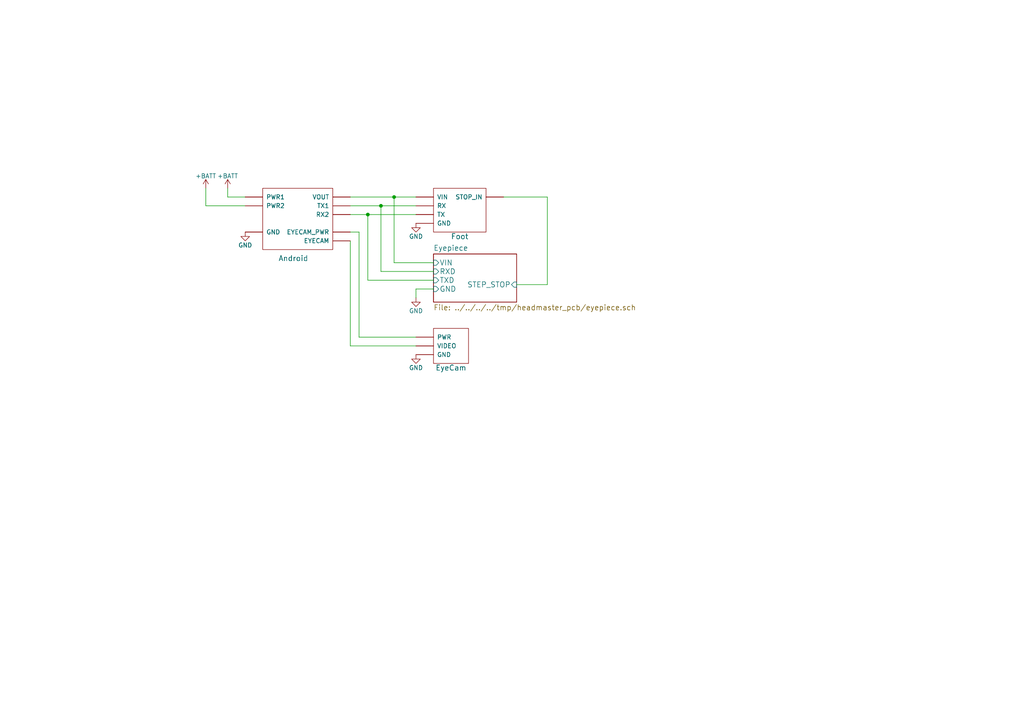
<source format=kicad_sch>
(kicad_sch (version 20230121) (generator eeschema)
  (paper "A4")
  (lib_symbols
    (symbol "top-rescue:+BATT" (power) (pin_names (offset 0))
      (property "Value" "+BATT" (at 0 3.556 0))
      (symbol "+BATT_0_1"
        (polyline (pts (xy -0.762 1.27) (xy 0 2.54)))
        (polyline (pts (xy 0 0) (xy 0 2.54)))
        (polyline (pts (xy 0 2.54) (xy 0.762 1.27)))
      )
      (symbol "+BATT_1_1"
        (pin power_in line (at 0 0 90) (length 0) hide (name "+BATT") (number "1"))
      )
    )
    (symbol "top-rescue:GND" (power) (pin_names (offset 0))
      (property "Value" "GND" (at 0 -3.81 0))
      (symbol "GND_0_1"
        (polyline (pts (xy 0 0) (xy 0 -1.27) (xy 1.27 -1.27) (xy 0 -2.54) (xy -1.27 -1.27) (xy 0 -1.27)))
      )
      (symbol "GND_1_1"
        (pin power_in line (at 0 0 270) (length 0) hide (name "GND") (number "1"))
      )
    )
    (symbol "top:Android" (pin_names (offset 1.016))
      (property "Reference" "U" (at 0 8.89 0))
      (property "Value" "Android" (at 0 -11.43 0))
      (symbol "Android_0_1"
        (rectangle (start -8.89 7.62) (end 11.43 -10.16))
      )
      (symbol "Android_1_1"
        (pin input line (at 16.51 -7.62 180) (length 5.08) (name "EYECAM") (number "~"))
        (pin power_out line (at 16.51 -5.08 180) (length 5.08) (name "EYECAM_PWR") (number "~"))
        (pin power_in line (at -13.97 -5.08 0) (length 5.08) (name "GND") (number "~"))
        (pin power_in line (at -13.97 5.08 0) (length 5.08) (name "PWR1") (number "~"))
        (pin power_in line (at -13.97 2.54 0) (length 5.08) (name "PWR2") (number "~"))
        (pin input line (at 16.51 0 180) (length 5.08) (name "RX2") (number "~"))
        (pin output line (at 16.51 2.54 180) (length 5.08) (name "TX1") (number "~"))
        (pin power_out line (at 16.51 5.08 180) (length 5.08) (name "VOUT") (number "~"))
      )
    )
    (symbol "top:EyeCam" (pin_names (offset 1.016))
      (property "Value" "EyeCam" (at 0 -7.62 0))
      (symbol "EyeCam_0_1"
        (rectangle (start -5.08 3.81) (end 5.08 -6.35))
      )
      (symbol "EyeCam_1_1"
        (pin power_in line (at -10.16 -3.81 0) (length 5.08) (name "GND") (number "~"))
        (pin power_in line (at -10.16 1.27 0) (length 5.08) (name "PWR") (number "~"))
        (pin output line (at -10.16 -1.27 0) (length 5.08) (name "VIDEO") (number "~"))
      )
    )
    (symbol "top:Foot" (pin_names (offset 1.016))
      (property "Reference" "U" (at 0 7.62 0))
      (property "Value" "Foot" (at 0 -7.62 0))
      (symbol "Foot_0_1"
        (rectangle (start -7.62 6.35) (end 7.62 -6.35))
      )
      (symbol "Foot_1_1"
        (pin power_out line (at -12.7 -3.81 0) (length 5.08) (name "GND") (number "~"))
        (pin input line (at -12.7 1.27 0) (length 5.08) (name "RX") (number "~"))
        (pin output line (at 12.7 3.81 180) (length 5.08) (name "STOP_IN") (number "~"))
        (pin output line (at -12.7 -1.27 0) (length 5.08) (name "TX") (number "~"))
        (pin power_out line (at -12.7 3.81 0) (length 5.08) (name "VIN") (number "~"))
      )
    )
  )
  (junction (at 110.49 59.69))
  (junction (at 106.68 62.23))
  (junction (at 114.3 57.15))
  (wire (pts (xy 106.68 81.28) (xy 106.68 62.23)))
  (wire (pts (xy 101.6 100.33) (xy 120.65 100.33)))
  (wire (pts (xy 158.75 57.15) (xy 158.75 82.55)))
  (wire (pts (xy 158.75 82.55) (xy 149.86 82.55)))
  (wire (pts (xy 101.6 62.23) (xy 106.68 62.23)))
  (wire (pts (xy 110.49 59.69) (xy 120.65 59.69)))
  (wire (pts (xy 114.3 57.15) (xy 114.3 76.2)))
  (wire (pts (xy 66.04 54.61) (xy 66.04 57.15)))
  (wire (pts (xy 110.49 78.74) (xy 125.73 78.74)))
  (wire (pts (xy 59.69 59.69) (xy 71.12 59.69)))
  (wire (pts (xy 66.04 57.15) (xy 71.12 57.15)))
  (wire (pts (xy 120.65 83.82) (xy 125.73 83.82)))
  (wire (pts (xy 106.68 62.23) (xy 120.65 62.23)))
  (wire (pts (xy 59.69 54.61) (xy 59.69 59.69)))
  (wire (pts (xy 104.14 97.79) (xy 120.65 97.79)))
  (wire (pts (xy 146.05 57.15) (xy 158.75 57.15)))
  (wire (pts (xy 114.3 57.15) (xy 120.65 57.15)))
  (wire (pts (xy 101.6 59.69) (xy 110.49 59.69)))
  (wire (pts (xy 101.6 57.15) (xy 114.3 57.15)))
  (wire (pts (xy 120.65 86.36) (xy 120.65 83.82)))
  (wire (pts (xy 106.68 81.28) (xy 125.73 81.28)))
  (wire (pts (xy 114.3 76.2) (xy 125.73 76.2)))
  (wire (pts (xy 110.49 78.74) (xy 110.49 59.69)))
  (wire (pts (xy 104.14 67.31) (xy 104.14 97.79)))
  (wire (pts (xy 101.6 67.31) (xy 104.14 67.31)))
  (wire (pts (xy 101.6 69.85) (xy 101.6 100.33)))
  (symbol (lib_id "top:Android") (at 85.09 62.23 0) (unit 1)
    (property "Reference" "U1" (effects hide))
    (property "Value" "Android" (at 85.09 74.93 0) (effects (font (size 1.524 1.524))))
  )
  (symbol (lib_id "top-rescue:+BATT") (at 66.04 54.61 0) (unit 1)
    (property "Reference" "#PWR2" (effects hide))
    (property "Value" "+BATT" (at 66.04 51.054 0))
  )
  (symbol (lib_id "top-rescue:+BATT") (at 59.69 54.61 0) (unit 1)
    (property "Reference" "#PWR1" (effects hide))
    (property "Value" "+BATT" (at 59.69 51.054 0))
  )
  (symbol (lib_id "top-rescue:GND") (at 71.12 67.31 0) (unit 1)
    (property "Reference" "#PWR3" (effects hide))
    (property "Value" "GND" (at 71.12 71.12 0))
  )
  (symbol (lib_id "top-rescue:GND") (at 120.65 64.77 0) (unit 1)
    (property "Reference" "#PWR4" (effects hide))
    (property "Value" "GND" (at 120.65 68.58 0))
  )
  (symbol (lib_id "top:Foot") (at 133.35 60.96 0) (unit 1)
    (property "Reference" "U3" (effects hide))
    (property "Value" "Foot" (at 133.35 68.58 0) (effects (font (size 1.524 1.524))))
  )
  (symbol (lib_id "top-rescue:GND") (at 120.65 86.36 0) (unit 1)
    (property "Reference" "#PWR5" (effects hide))
    (property "Value" "GND" (at 120.65 90.17 0))
  )
  (symbol (lib_id "top:EyeCam") (at 130.81 99.06 0) (unit 1)
    (property "Reference" "U2" (effects hide))
    (property "Value" "EyeCam" (at 130.81 106.68 0) (effects (font (size 1.524 1.524))))
  )
  (symbol (lib_id "top-rescue:GND") (at 120.65 102.87 0) (unit 1)
    (property "Reference" "#PWR6" (effects hide))
    (property "Value" "GND" (at 120.65 106.68 0))
  )
  (sheet (at 125.73 73.66) (size 24.13 13.97)
    (property "Sheetname" "Eyepiece" (at 125.73 72.8214 0) (effects (font (size 1.524 1.524)) (justify left bottom)))
    (property "Sheetfile" "../../../../tmp/headmaster_pcb/eyepiece.sch" (at 125.73 88.3162 0) (effects (font (size 1.524 1.524)) (justify left top)))
    (pin "VIN" input (at 125.73 76.2 180) (effects (font (size 1.524 1.524))))
    (pin "GND" input (at 125.73 83.82 180) (effects (font (size 1.524 1.524))))
    (pin "RXD" input (at 125.73 78.74 180) (effects (font (size 1.524 1.524))))
    (pin "TXD" input (at 125.73 81.28 180) (effects (font (size 1.524 1.524))))
    (pin "STEP_STOP" input (at 149.86 82.55 0) (effects (font (size 1.524 1.524))))
  )
)
</source>
